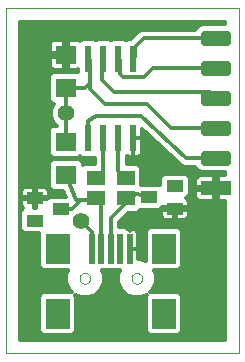
<source format=gtl>
G75*
%MOIN*%
%OFA0B0*%
%FSLAX24Y24*%
%IPPOS*%
%LPD*%
%AMOC8*
5,1,8,0,0,1.08239X$1,22.5*
%
%ADD10C,0.0000*%
%ADD11R,0.0240X0.0870*%
%ADD12R,0.0709X0.0630*%
%ADD13R,0.0551X0.0394*%
%ADD14R,0.0591X0.0512*%
%ADD15R,0.0710X0.0630*%
%ADD16R,0.0197X0.0984*%
%ADD17R,0.0787X0.0984*%
%ADD18R,0.1000X0.0500*%
%ADD19C,0.0250*%
%ADD20C,0.0120*%
%ADD21C,0.0556*%
D10*
X001160Y001160D02*
X001160Y012656D01*
X008930Y012656D01*
X008930Y001160D01*
X001160Y001160D01*
X003617Y003660D02*
X003619Y003686D01*
X003625Y003712D01*
X003635Y003737D01*
X003648Y003760D01*
X003664Y003780D01*
X003684Y003798D01*
X003706Y003813D01*
X003729Y003825D01*
X003755Y003833D01*
X003781Y003837D01*
X003807Y003837D01*
X003833Y003833D01*
X003859Y003825D01*
X003883Y003813D01*
X003904Y003798D01*
X003924Y003780D01*
X003940Y003760D01*
X003953Y003737D01*
X003963Y003712D01*
X003969Y003686D01*
X003971Y003660D01*
X003969Y003634D01*
X003963Y003608D01*
X003953Y003583D01*
X003940Y003560D01*
X003924Y003540D01*
X003904Y003522D01*
X003882Y003507D01*
X003859Y003495D01*
X003833Y003487D01*
X003807Y003483D01*
X003781Y003483D01*
X003755Y003487D01*
X003729Y003495D01*
X003705Y003507D01*
X003684Y003522D01*
X003664Y003540D01*
X003648Y003560D01*
X003635Y003583D01*
X003625Y003608D01*
X003619Y003634D01*
X003617Y003660D01*
X005349Y003660D02*
X005351Y003686D01*
X005357Y003712D01*
X005367Y003737D01*
X005380Y003760D01*
X005396Y003780D01*
X005416Y003798D01*
X005438Y003813D01*
X005461Y003825D01*
X005487Y003833D01*
X005513Y003837D01*
X005539Y003837D01*
X005565Y003833D01*
X005591Y003825D01*
X005615Y003813D01*
X005636Y003798D01*
X005656Y003780D01*
X005672Y003760D01*
X005685Y003737D01*
X005695Y003712D01*
X005701Y003686D01*
X005703Y003660D01*
X005701Y003634D01*
X005695Y003608D01*
X005685Y003583D01*
X005672Y003560D01*
X005656Y003540D01*
X005636Y003522D01*
X005614Y003507D01*
X005591Y003495D01*
X005565Y003487D01*
X005539Y003483D01*
X005513Y003483D01*
X005487Y003487D01*
X005461Y003495D01*
X005437Y003507D01*
X005416Y003522D01*
X005396Y003540D01*
X005380Y003560D01*
X005367Y003583D01*
X005357Y003608D01*
X005351Y003634D01*
X005349Y003660D01*
D11*
X005410Y008330D03*
X004910Y008330D03*
X004410Y008330D03*
X003910Y008330D03*
X003910Y010980D03*
X004410Y010980D03*
X004910Y010980D03*
X005410Y010980D03*
D12*
X003160Y011111D03*
X003160Y010009D03*
D13*
X002127Y006334D03*
X002127Y005586D03*
X002993Y005960D03*
X005927Y006360D03*
X006793Y005986D03*
X006793Y006734D03*
D14*
X005160Y006995D03*
X005160Y006325D03*
X004160Y006325D03*
X004160Y006995D03*
D15*
X003160Y007100D03*
X003160Y008220D03*
D16*
X004030Y004644D03*
X004345Y004644D03*
X004660Y004644D03*
X004975Y004644D03*
X005290Y004644D03*
D17*
X006432Y004644D03*
X006432Y002479D03*
X002888Y002479D03*
X002888Y004644D03*
D18*
X008160Y006660D03*
D19*
X007785Y007785D02*
X008535Y007785D01*
X008535Y007535D01*
X007785Y007535D01*
X007785Y007785D01*
X007785Y007784D02*
X008535Y007784D01*
X008535Y008785D02*
X007785Y008785D01*
X008535Y008785D02*
X008535Y008535D01*
X007785Y008535D01*
X007785Y008785D01*
X007785Y008784D02*
X008535Y008784D01*
X008535Y009785D02*
X007785Y009785D01*
X008535Y009785D02*
X008535Y009535D01*
X007785Y009535D01*
X007785Y009785D01*
X007785Y009784D02*
X008535Y009784D01*
X008535Y010785D02*
X007785Y010785D01*
X008535Y010785D02*
X008535Y010535D01*
X007785Y010535D01*
X007785Y010785D01*
X007785Y010784D02*
X008535Y010784D01*
X008535Y011785D02*
X007785Y011785D01*
X008535Y011785D02*
X008535Y011535D01*
X007785Y011535D01*
X007785Y011785D01*
X007785Y011784D02*
X008535Y011784D01*
D20*
X008470Y012130D02*
X007716Y012130D01*
X007590Y012077D01*
X007493Y011980D01*
X007476Y011940D01*
X005704Y011940D01*
X005601Y011897D01*
X005339Y011635D01*
X005199Y011635D01*
X005160Y011596D01*
X005121Y011635D01*
X004699Y011635D01*
X004660Y011596D01*
X004621Y011635D01*
X004199Y011635D01*
X004160Y011596D01*
X004121Y011635D01*
X003699Y011635D01*
X003629Y011566D01*
X003625Y011570D01*
X003584Y011594D01*
X003538Y011606D01*
X003220Y011606D01*
X003220Y011171D01*
X003100Y011171D01*
X003100Y011051D01*
X003220Y011051D01*
X003220Y010616D01*
X003538Y010616D01*
X003570Y010625D01*
X003570Y010544D01*
X002715Y010544D01*
X002586Y010415D01*
X002586Y009603D01*
X002715Y009474D01*
X002769Y009474D01*
X002738Y009442D01*
X002662Y009259D01*
X002662Y009061D01*
X002738Y008878D01*
X002861Y008755D01*
X002714Y008755D01*
X002585Y008626D01*
X002585Y007814D01*
X002714Y007685D01*
X003606Y007685D01*
X003648Y007726D01*
X003699Y007675D01*
X004121Y007675D01*
X004130Y007684D01*
X004130Y007471D01*
X003774Y007471D01*
X003735Y007432D01*
X003735Y007506D01*
X003606Y007635D01*
X002714Y007635D01*
X002585Y007506D01*
X002585Y006694D01*
X002714Y006565D01*
X003075Y006565D01*
X003151Y006377D01*
X002626Y006377D01*
X002545Y006296D01*
X002165Y006296D01*
X002165Y006003D01*
X002089Y006003D01*
X002089Y006296D01*
X002165Y006296D01*
X002165Y006372D01*
X002583Y006372D01*
X002583Y006555D01*
X002570Y006600D01*
X002547Y006641D01*
X002513Y006675D01*
X002472Y006699D01*
X002426Y006711D01*
X002165Y006711D01*
X002165Y006372D01*
X002089Y006372D01*
X002088Y006372D02*
X002088Y006296D01*
X001671Y006296D01*
X001671Y006113D01*
X001684Y006068D01*
X001707Y006027D01*
X001741Y005993D01*
X001747Y005990D01*
X001631Y005874D01*
X001631Y005298D01*
X001760Y005169D01*
X002275Y005169D01*
X002275Y004061D01*
X002404Y003932D01*
X003217Y003932D01*
X003157Y003787D01*
X003157Y003533D01*
X003254Y003299D01*
X003362Y003191D01*
X002404Y003191D01*
X002275Y003062D01*
X002275Y001896D01*
X002404Y001767D01*
X003373Y001767D01*
X003502Y001896D01*
X003502Y003062D01*
X003452Y003112D01*
X003667Y003023D01*
X003921Y003023D01*
X004155Y003120D01*
X004334Y003299D01*
X004431Y003533D01*
X004431Y003787D01*
X004371Y003932D01*
X004949Y003932D01*
X004889Y003787D01*
X004889Y003533D01*
X004986Y003299D01*
X005165Y003120D01*
X005399Y003023D01*
X005653Y003023D01*
X005868Y003112D01*
X005818Y003062D01*
X005818Y001896D01*
X005947Y001767D01*
X006916Y001767D01*
X007045Y001896D01*
X007045Y003062D01*
X006916Y003191D01*
X005958Y003191D01*
X006066Y003299D01*
X006163Y003533D01*
X006163Y003787D01*
X006103Y003932D01*
X006916Y003932D01*
X007045Y004061D01*
X007045Y005228D01*
X006916Y005356D01*
X005947Y005356D01*
X005818Y005228D01*
X005818Y004229D01*
X005653Y004297D01*
X005568Y004297D01*
X005568Y004644D01*
X005293Y004644D01*
X005293Y004644D01*
X005568Y004644D01*
X005568Y005160D01*
X005556Y005206D01*
X005532Y005247D01*
X005499Y005280D01*
X005458Y005304D01*
X005412Y005316D01*
X005290Y005316D01*
X005290Y005231D01*
X005290Y005231D01*
X005290Y005316D01*
X005205Y005316D01*
X005165Y005356D01*
X004940Y005356D01*
X004940Y005544D01*
X005245Y005849D01*
X005546Y005849D01*
X005640Y005943D01*
X006294Y005943D01*
X006375Y006024D01*
X006755Y006024D01*
X006755Y005948D01*
X006337Y005948D01*
X006337Y005765D01*
X006350Y005720D01*
X006373Y005679D01*
X006407Y005645D01*
X006448Y005621D01*
X006494Y005609D01*
X006755Y005609D01*
X006755Y005948D01*
X006831Y005948D01*
X006831Y005609D01*
X007092Y005609D01*
X007138Y005621D01*
X007179Y005645D01*
X007213Y005679D01*
X007236Y005720D01*
X007249Y005765D01*
X007249Y005948D01*
X006832Y005948D01*
X006832Y006024D01*
X007249Y006024D01*
X007249Y006207D01*
X007236Y006252D01*
X007213Y006293D01*
X007179Y006327D01*
X007173Y006330D01*
X007289Y006446D01*
X007289Y007022D01*
X007160Y007151D01*
X006426Y007151D01*
X006297Y007022D01*
X006297Y006773D01*
X006294Y006777D01*
X005675Y006777D01*
X005675Y007342D01*
X005546Y007471D01*
X005190Y007471D01*
X005190Y007744D01*
X005191Y007745D01*
X005221Y007727D01*
X005266Y007715D01*
X005410Y007715D01*
X005554Y007715D01*
X005599Y007727D01*
X005641Y007751D01*
X005674Y007784D01*
X005698Y007826D01*
X005710Y007871D01*
X005710Y008330D01*
X005710Y008630D01*
X006965Y007459D01*
X007001Y007423D01*
X007006Y007421D01*
X007010Y007417D01*
X007057Y007399D01*
X007104Y007380D01*
X007109Y007380D01*
X007114Y007378D01*
X007165Y007380D01*
X007476Y007380D01*
X007493Y007340D01*
X007590Y007243D01*
X007716Y007190D01*
X008470Y007190D01*
X008470Y007090D01*
X008220Y007090D01*
X008220Y006720D01*
X008100Y006720D01*
X008100Y007090D01*
X007636Y007090D01*
X007591Y007078D01*
X007549Y007054D01*
X007516Y007021D01*
X007492Y006979D01*
X007480Y006934D01*
X007480Y006720D01*
X008100Y006720D01*
X008100Y006600D01*
X008220Y006600D01*
X008220Y006230D01*
X008470Y006230D01*
X008470Y001620D01*
X001620Y001620D01*
X001620Y012196D01*
X008470Y012196D01*
X008470Y012130D01*
X008160Y011660D02*
X005760Y011660D01*
X005460Y011360D01*
X005460Y011030D01*
X005410Y010980D01*
X004960Y010460D02*
X005060Y010360D01*
X005760Y010360D01*
X006060Y010660D01*
X008160Y010660D01*
X007960Y009860D02*
X004760Y009860D01*
X004360Y010260D01*
X004360Y010930D01*
X004410Y010980D01*
X003960Y010930D02*
X003910Y010980D01*
X003960Y010930D02*
X003960Y010160D01*
X003809Y010009D01*
X003160Y010009D01*
X003160Y009160D01*
X003160Y008220D01*
X003160Y008160D01*
X003631Y007710D02*
X003664Y007710D01*
X003650Y007591D02*
X004130Y007591D01*
X004130Y007473D02*
X003735Y007473D01*
X004160Y006995D02*
X004410Y007245D01*
X004410Y008330D01*
X003910Y008330D02*
X003910Y008910D01*
X004160Y009060D01*
X005660Y009060D01*
X007160Y007660D01*
X008160Y007660D01*
X008470Y007117D02*
X007194Y007117D01*
X007289Y006999D02*
X007503Y006999D01*
X007480Y006880D02*
X007289Y006880D01*
X007289Y006762D02*
X007480Y006762D01*
X007480Y006600D02*
X007480Y006386D01*
X007492Y006341D01*
X007516Y006299D01*
X007549Y006266D01*
X007591Y006242D01*
X007636Y006230D01*
X008100Y006230D01*
X008100Y006600D01*
X007480Y006600D01*
X007480Y006525D02*
X007289Y006525D01*
X007289Y006643D02*
X008100Y006643D01*
X008100Y006525D02*
X008220Y006525D01*
X008220Y006406D02*
X008100Y006406D01*
X008100Y006288D02*
X008220Y006288D01*
X008470Y006169D02*
X007249Y006169D01*
X007249Y006051D02*
X008470Y006051D01*
X008470Y005932D02*
X007249Y005932D01*
X007249Y005814D02*
X008470Y005814D01*
X008470Y005695D02*
X007222Y005695D01*
X006933Y005340D02*
X008470Y005340D01*
X008470Y005458D02*
X004940Y005458D01*
X004973Y005577D02*
X008470Y005577D01*
X008470Y005221D02*
X007045Y005221D01*
X007045Y005103D02*
X008470Y005103D01*
X008470Y004984D02*
X007045Y004984D01*
X007045Y004866D02*
X008470Y004866D01*
X008470Y004747D02*
X007045Y004747D01*
X007045Y004629D02*
X008470Y004629D01*
X008470Y004510D02*
X007045Y004510D01*
X007045Y004392D02*
X008470Y004392D01*
X008470Y004273D02*
X007045Y004273D01*
X007045Y004155D02*
X008470Y004155D01*
X008470Y004036D02*
X007020Y004036D01*
X007019Y003088D02*
X008470Y003088D01*
X008470Y002970D02*
X007045Y002970D01*
X007045Y002851D02*
X008470Y002851D01*
X008470Y002733D02*
X007045Y002733D01*
X007045Y002614D02*
X008470Y002614D01*
X008470Y002496D02*
X007045Y002496D01*
X007045Y002377D02*
X008470Y002377D01*
X008470Y002259D02*
X007045Y002259D01*
X007045Y002140D02*
X008470Y002140D01*
X008470Y002022D02*
X007045Y002022D01*
X007045Y001903D02*
X008470Y001903D01*
X008470Y001785D02*
X006934Y001785D01*
X005929Y001785D02*
X003391Y001785D01*
X003502Y001903D02*
X005818Y001903D01*
X005818Y002022D02*
X003502Y002022D01*
X003502Y002140D02*
X005818Y002140D01*
X005818Y002259D02*
X003502Y002259D01*
X003502Y002377D02*
X005818Y002377D01*
X005818Y002496D02*
X003502Y002496D01*
X003502Y002614D02*
X005818Y002614D01*
X005818Y002733D02*
X003502Y002733D01*
X003502Y002851D02*
X005818Y002851D01*
X005818Y002970D02*
X003502Y002970D01*
X003510Y003088D02*
X003476Y003088D01*
X003346Y003207D02*
X001620Y003207D01*
X001620Y003325D02*
X003243Y003325D01*
X003194Y003444D02*
X001620Y003444D01*
X001620Y003562D02*
X003157Y003562D01*
X003157Y003681D02*
X001620Y003681D01*
X001620Y003799D02*
X003162Y003799D01*
X003211Y003918D02*
X001620Y003918D01*
X001620Y004036D02*
X002300Y004036D01*
X002275Y004155D02*
X001620Y004155D01*
X001620Y004273D02*
X002275Y004273D01*
X002275Y004392D02*
X001620Y004392D01*
X001620Y004510D02*
X002275Y004510D01*
X002275Y004629D02*
X001620Y004629D01*
X001620Y004747D02*
X002275Y004747D01*
X002275Y004866D02*
X001620Y004866D01*
X001620Y004984D02*
X002275Y004984D01*
X002275Y005103D02*
X001620Y005103D01*
X001620Y005221D02*
X001708Y005221D01*
X001631Y005340D02*
X001620Y005340D01*
X001620Y005458D02*
X001631Y005458D01*
X001620Y005577D02*
X001631Y005577D01*
X001620Y005695D02*
X001631Y005695D01*
X001620Y005814D02*
X001631Y005814D01*
X001620Y005932D02*
X001689Y005932D01*
X001694Y006051D02*
X001620Y006051D01*
X001620Y006169D02*
X001671Y006169D01*
X001671Y006288D02*
X001620Y006288D01*
X001671Y006372D02*
X002088Y006372D01*
X002089Y006372D02*
X002089Y006711D01*
X001828Y006711D01*
X001782Y006699D01*
X001741Y006675D01*
X001707Y006641D01*
X001684Y006600D01*
X001671Y006555D01*
X001671Y006372D01*
X001671Y006406D02*
X001620Y006406D01*
X001620Y006525D02*
X001671Y006525D01*
X001709Y006643D02*
X001620Y006643D01*
X001620Y006762D02*
X002585Y006762D01*
X002585Y006880D02*
X001620Y006880D01*
X001620Y006999D02*
X002585Y006999D01*
X002585Y007117D02*
X001620Y007117D01*
X001620Y007236D02*
X002585Y007236D01*
X002585Y007354D02*
X001620Y007354D01*
X001620Y007473D02*
X002585Y007473D01*
X002670Y007591D02*
X001620Y007591D01*
X001620Y007710D02*
X002689Y007710D01*
X002585Y007828D02*
X001620Y007828D01*
X001620Y007947D02*
X002585Y007947D01*
X002585Y008065D02*
X001620Y008065D01*
X001620Y008184D02*
X002585Y008184D01*
X002585Y008302D02*
X001620Y008302D01*
X001620Y008421D02*
X002585Y008421D01*
X002585Y008539D02*
X001620Y008539D01*
X001620Y008658D02*
X002617Y008658D01*
X002840Y008776D02*
X001620Y008776D01*
X001620Y008895D02*
X002731Y008895D01*
X002682Y009013D02*
X001620Y009013D01*
X001620Y009132D02*
X002662Y009132D01*
X002662Y009250D02*
X001620Y009250D01*
X001620Y009369D02*
X002707Y009369D01*
X002701Y009487D02*
X001620Y009487D01*
X001620Y009606D02*
X002586Y009606D01*
X002586Y009724D02*
X001620Y009724D01*
X001620Y009843D02*
X002586Y009843D01*
X002586Y009961D02*
X001620Y009961D01*
X001620Y010080D02*
X002586Y010080D01*
X002586Y010198D02*
X001620Y010198D01*
X001620Y010317D02*
X002586Y010317D01*
X002606Y010435D02*
X001620Y010435D01*
X001620Y010554D02*
X003570Y010554D01*
X003220Y010672D02*
X003100Y010672D01*
X003100Y010616D02*
X003100Y011051D01*
X002626Y011051D01*
X002626Y010773D01*
X002638Y010727D01*
X002662Y010686D01*
X002695Y010652D01*
X002736Y010628D01*
X002782Y010616D01*
X003100Y010616D01*
X003100Y010791D02*
X003220Y010791D01*
X003220Y010909D02*
X003100Y010909D01*
X003100Y011028D02*
X003220Y011028D01*
X003100Y011146D02*
X001620Y011146D01*
X001620Y011028D02*
X002626Y011028D01*
X002626Y010909D02*
X001620Y010909D01*
X001620Y010791D02*
X002626Y010791D01*
X002675Y010672D02*
X001620Y010672D01*
X001620Y011265D02*
X002626Y011265D01*
X002626Y011171D02*
X003100Y011171D01*
X003100Y011606D01*
X002782Y011606D01*
X002736Y011594D01*
X002695Y011570D01*
X002662Y011537D01*
X002638Y011496D01*
X002626Y011450D01*
X002626Y011171D01*
X002626Y011383D02*
X001620Y011383D01*
X001620Y011502D02*
X002641Y011502D01*
X003100Y011502D02*
X003220Y011502D01*
X003220Y011383D02*
X003100Y011383D01*
X003100Y011265D02*
X003220Y011265D01*
X003684Y011620D02*
X001620Y011620D01*
X001620Y011739D02*
X005443Y011739D01*
X005561Y011857D02*
X001620Y011857D01*
X001620Y011976D02*
X007491Y011976D01*
X007630Y012094D02*
X001620Y012094D01*
X003160Y010160D02*
X003160Y010009D01*
X003960Y009960D02*
X003960Y010160D01*
X003960Y009960D02*
X004460Y009460D01*
X005860Y009460D01*
X006660Y008660D01*
X008160Y008660D01*
X008160Y009660D02*
X007960Y009860D01*
X006570Y007828D02*
X005698Y007828D01*
X005710Y007947D02*
X006443Y007947D01*
X006316Y008065D02*
X005710Y008065D01*
X005710Y008184D02*
X006189Y008184D01*
X006062Y008302D02*
X005710Y008302D01*
X005710Y008330D02*
X005410Y008330D01*
X005710Y008330D01*
X005710Y008421D02*
X005935Y008421D01*
X005808Y008539D02*
X005710Y008539D01*
X005410Y008330D02*
X005410Y008330D01*
X005410Y007715D01*
X005410Y008330D01*
X005410Y008330D01*
X005410Y008302D02*
X005410Y008302D01*
X005410Y008184D02*
X005410Y008184D01*
X005410Y008065D02*
X005410Y008065D01*
X005410Y007947D02*
X005410Y007947D01*
X005410Y007828D02*
X005410Y007828D01*
X005190Y007710D02*
X006697Y007710D01*
X006824Y007591D02*
X005190Y007591D01*
X005190Y007473D02*
X006950Y007473D01*
X006393Y007117D02*
X005675Y007117D01*
X005675Y006999D02*
X006297Y006999D01*
X006297Y006880D02*
X005675Y006880D01*
X005675Y007236D02*
X007606Y007236D01*
X007487Y007354D02*
X005663Y007354D01*
X005160Y006995D02*
X004910Y007245D01*
X004910Y008330D01*
X005525Y006460D02*
X005160Y006325D01*
X005160Y006160D01*
X004660Y005660D01*
X004660Y004644D01*
X004345Y004644D02*
X004345Y006140D01*
X004160Y006325D01*
X004093Y006258D01*
X003660Y006258D01*
X003362Y005960D01*
X002993Y005960D01*
X003140Y006406D02*
X002583Y006406D01*
X002583Y006525D02*
X003092Y006525D01*
X003502Y006258D02*
X003160Y007100D01*
X002636Y006643D02*
X002545Y006643D01*
X002165Y006643D02*
X002089Y006643D01*
X002089Y006525D02*
X002165Y006525D01*
X002165Y006406D02*
X002089Y006406D01*
X002127Y006334D02*
X002160Y006160D01*
X002265Y006296D01*
X002165Y006288D02*
X002089Y006288D01*
X002089Y006169D02*
X002165Y006169D01*
X002165Y006051D02*
X002089Y006051D01*
X003502Y006258D02*
X003660Y006258D01*
X004093Y006258D02*
X004093Y006227D01*
X003660Y005560D02*
X004030Y005190D01*
X004030Y004644D01*
X004377Y003918D02*
X004943Y003918D01*
X004894Y003799D02*
X004426Y003799D01*
X004431Y003681D02*
X004889Y003681D01*
X004889Y003562D02*
X004431Y003562D01*
X004394Y003444D02*
X004926Y003444D01*
X004975Y003325D02*
X004345Y003325D01*
X004241Y003207D02*
X005079Y003207D01*
X005242Y003088D02*
X004078Y003088D01*
X005568Y004392D02*
X005818Y004392D01*
X005818Y004510D02*
X005568Y004510D01*
X005568Y004629D02*
X005818Y004629D01*
X005818Y004747D02*
X005568Y004747D01*
X005568Y004866D02*
X005818Y004866D01*
X005818Y004984D02*
X005568Y004984D01*
X005568Y005103D02*
X005818Y005103D01*
X005818Y005221D02*
X005547Y005221D01*
X005181Y005340D02*
X005930Y005340D01*
X006364Y005695D02*
X005091Y005695D01*
X005210Y005814D02*
X006337Y005814D01*
X006337Y005932D02*
X005629Y005932D01*
X005927Y006360D02*
X005525Y006460D01*
X006755Y005932D02*
X006831Y005932D01*
X006831Y005814D02*
X006755Y005814D01*
X006755Y005695D02*
X006831Y005695D01*
X007216Y006288D02*
X007528Y006288D01*
X007480Y006406D02*
X007249Y006406D01*
X008100Y006762D02*
X008220Y006762D01*
X008220Y006880D02*
X008100Y006880D01*
X008100Y006999D02*
X008220Y006999D01*
X008470Y003918D02*
X006109Y003918D01*
X006158Y003799D02*
X008470Y003799D01*
X008470Y003681D02*
X006163Y003681D01*
X006163Y003562D02*
X008470Y003562D01*
X008470Y003444D02*
X006126Y003444D01*
X006077Y003325D02*
X008470Y003325D01*
X008470Y003207D02*
X005974Y003207D01*
X005844Y003088D02*
X005810Y003088D01*
X005818Y004273D02*
X005711Y004273D01*
X008470Y001666D02*
X001620Y001666D01*
X001620Y001785D02*
X002386Y001785D01*
X002275Y001903D02*
X001620Y001903D01*
X001620Y002022D02*
X002275Y002022D01*
X002275Y002140D02*
X001620Y002140D01*
X001620Y002259D02*
X002275Y002259D01*
X002275Y002377D02*
X001620Y002377D01*
X001620Y002496D02*
X002275Y002496D01*
X002275Y002614D02*
X001620Y002614D01*
X001620Y002733D02*
X002275Y002733D01*
X002275Y002851D02*
X001620Y002851D01*
X001620Y002970D02*
X002275Y002970D01*
X002301Y003088D02*
X001620Y003088D01*
X004960Y010460D02*
X004960Y010930D01*
X004910Y010980D01*
X004684Y011620D02*
X004636Y011620D01*
X004184Y011620D02*
X004136Y011620D01*
X005136Y011620D02*
X005184Y011620D01*
D21*
X003160Y009160D03*
X003660Y005560D03*
M02*

</source>
